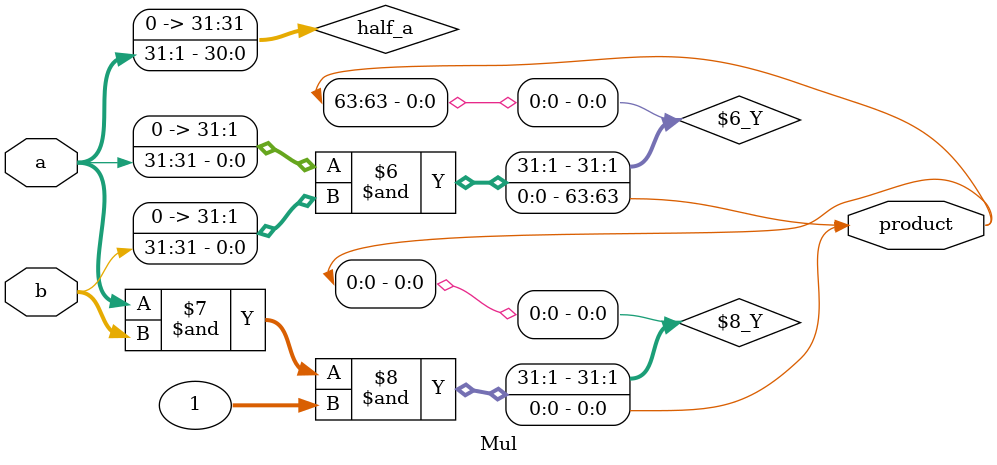
<source format=v>
`include "Add.v"

module Mul(
        input [31:0] a,
        input [31:0] b,
        output reg [63:0] product
    );
    wire [31:0] half_a;
    wire lowest_bit;
    wire [31:0] first_output [31:0];
    assign half_a = a >> 1;
    assign lowest_bit = a & 1;
    assign first_output[31] = (b[31] == 0) ? 0 : (a  & 32'h7FFFFFFF);
    assign first_output[0] = (b[0] == 0) ? 0 : (a ^ 1);
    genvar i;
    generate
        for(i = 1; i < 31; i = i + 1) begin
            assign first_output[i] = (b[i] == 0) ? 0 : a;
        end
    endgenerate
    always @(*) begin
        product[63] = (a >> 31) & (b >> 31);
        product[0] = (a & b & 1);
    end
endmodule

</source>
